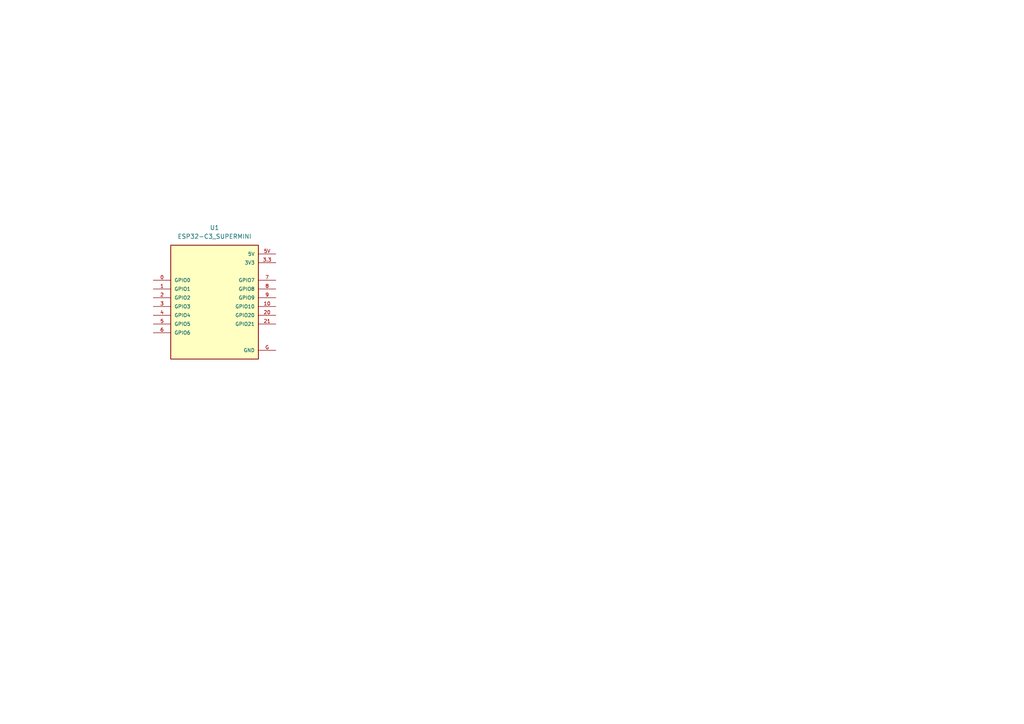
<source format=kicad_sch>
(kicad_sch (version 20231120) (generator "eeschema") (generator_version "8.0")
  (paper "A4")
  (lib_symbols
    (symbol "PCM_ESP32-C3-SUPERMINI:ESP32-C3_SUPERMINI" (pin_names (offset 1.016))
      (property "Reference" "U" (at -12.7 16.002 0))
      (property "Value" "ESP32-C3_SUPERMINI" (at -12.7 -20.32 0))
      (symbol "ESP32-C3_SUPERMINI_0_0"
        (rectangle (start -12.7 -17.78) (end 12.7 15.24) (stroke (width 0.254)) (fill (type background)))
        (pin bidirectional line (at -17.78 5.08 0) (length 5.08) (name "GPIO0") (number "0"))
        (pin bidirectional line (at -17.78 2.54 0) (length 5.08) (name "GPIO1") (number "1"))
        (pin bidirectional line (at 17.78 -2.54 180) (length 5.08) (name "GPIO10") (number "10"))
        (pin bidirectional line (at -17.78 0 0) (length 5.08) (name "GPIO2") (number "2"))
        (pin bidirectional line (at 17.78 -5.08 180) (length 5.08) (name "GPIO20") (number "20"))
        (pin bidirectional line (at 17.78 -7.62 180) (length 5.08) (name "GPIO21") (number "21"))
        (pin bidirectional line (at -17.78 -2.54 0) (length 5.08) (name "GPIO3") (number "3"))
        (pin power_in line (at 17.78 10.16 180) (length 5.08) (name "3V3") (number "3.3"))
        (pin bidirectional line (at -17.78 -5.08 0) (length 5.08) (name "GPIO4") (number "4"))
        (pin bidirectional line (at -17.78 -7.62 0) (length 5.08) (name "GPIO5") (number "5"))
        (pin power_in line (at 17.78 12.7 180) (length 5.08) (name "5V") (number "5V"))
        (pin bidirectional line (at -17.78 -10.16 0) (length 5.08) (name "GPIO6") (number "6"))
        (pin bidirectional line (at 17.78 5.08 180) (length 5.08) (name "GPIO7") (number "7"))
        (pin bidirectional line (at 17.78 2.54 180) (length 5.08) (name "GPIO8") (number "8"))
        (pin bidirectional line (at 17.78 0 180) (length 5.08) (name "GPIO9") (number "9"))
        (pin power_in line (at 17.78 -15.24 180) (length 5.08) (name "GND") (number "G"))
      )
    )
  )
  (symbol (lib_id "PCM_ESP32-C3-SUPERMINI:ESP32-C3_SUPERMINI") (at 62.23 86.36 0) (unit 1)
    (property "Reference" "U1" (at 62.23 66.04 0))
    (property "Value" "ESP32-C3_SUPERMINI" (at 62.23 68.58 0))
    (property "Footprint" "ESP32-C3_SUPERMINI:MODULE_ESP32-C3_SUPERMINI" (effects (hide yes)))
    (property "MF" "Espressif Systems" (effects (hide yes)))
    (property "MAXIMUM_PACKAGE_HEIGHT" "4.2mm" (effects (hide yes)))
    (property "Package" "Package" (effects (hide yes)))
    (property "Price" "None" (effects (hide yes)))
    (property "Check_prices" "https://www.snapeda.com/parts/ESP32-C3%20SuperMini/Espressif+Systems/view-part/?ref=eda" (effects (hide yes)))
    (property "STANDARD" "Manufacturer Recommendations" (effects (hide yes)))
    (property "SnapEDA_Link" "https://www.snapeda.com/parts/ESP32-C3%20SuperMini/Espressif+Systems/view-part/?ref=snap" (effects (hide yes)))
    (property "MP" "ESP32-C3 SuperMini" (effects (hide yes)))
    (property "Description_1" "\nSuper tiny ESP32-C3 board\n" (effects (hide yes)))
    (property "Availability" "Not in stock" (effects (hide yes)))
    (property "MANUFACTURER" "Espressif" (effects (hide yes)))
  )
)
</source>
